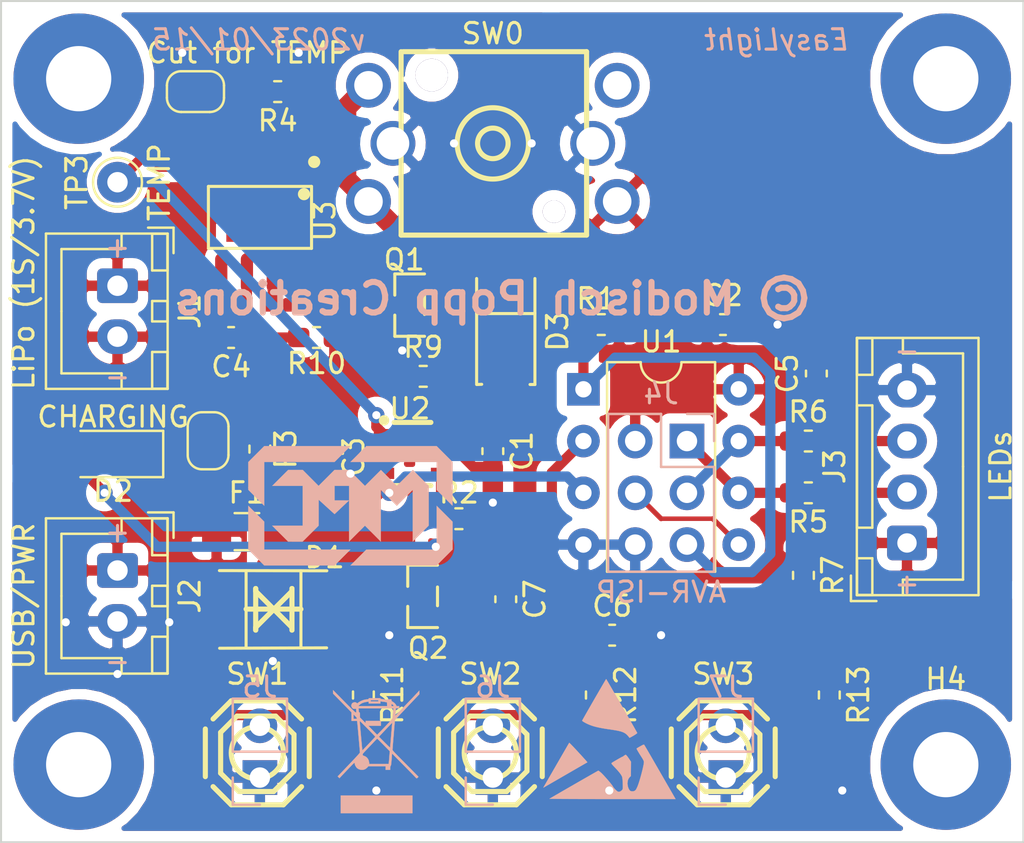
<source format=kicad_pcb>
(kicad_pcb (version 20171130) (host pcbnew "(5.1.12)-1")
  (title_block (title EasyLight) (company MPC))
  (layers (0 F.Cu signal) (31 B.Cu signal) (34 B.Paste user hide) (35 F.Paste user hide) (36 B.SilkS user hide) (37 F.SilkS user hide) (38 B.Mask user hide) (39 F.Mask user hide) (44 Edge.Cuts user))
  (net 0 "")
  (net 1 VCC)
  (net 2 GND)
  (net 3 VBUS)
  (net 4 /D_LEDS)
  (net 5 +BATT)
  (net 6 -BATT)
  (net 7 "Net-(C4-Pad1)")
  (net 8 "Net-(F1-Pad2)")
  (net 9 "Net-(R2-Pad2)")
  (net 10 "Net-(JP1-Pad2)")
  (net 11 "Net-(JP1-Pad1)")
  (net 12 /D_switches)
  (net 13 /D_LEDS2)
  (net 14 /CHRG)
  (net 15 /RESET)
  (net 16 /AREF)
  (net 17 "Net-(D3-Pad1)")
  (net 18 "Net-(D1-Pad1)")
  (net 19 "Net-(D2-Pad1)")
  (net 20 "Net-(J5-Pad2)")
  (net 21 "Net-(J6-Pad2)")
  (net 22 "Net-(J7-Pad2)")
  (net 23 "Net-(JP2-Pad2)")
  (net 24 "Net-(J3-Pad3)")
  (net 25 "Net-(J3-Pad2)")
  (module Resistor_SMD:R_0603_1608Metric_Pad1.05x0.95mm_HandSolder (layer F.Cu) (at 50.8 63.895 90)
    (fp_text reference R3 (at 0 1.27 90) (layer F.SilkS))
    (fp_text value 1.5k)
    (pad 2 smd roundrect (at 0.875 0 90) (size 1.05 0.95) (layers F.Cu F.Paste F.Mask) (net 23 "Net-(JP2-Pad2)"))
    (pad 1 smd roundrect (at -0.875 0 90) (size 1.05 0.95) (layers F.Cu F.Paste F.Mask) (net 14 /CHRG))
  )
  (module Resistor_SMD:R_0603_1608Metric_Pad1.05x0.95mm_HandSolder (layer F.Cu) (at 77.47 70.09 270)
    (fp_text reference R7 (at 0 -1.43 90) (layer F.SilkS))
    (fp_text value 1k)
    (pad 2 smd roundrect (at 0.875 0 270) (size 1.05 0.95) (layers F.Cu F.Paste F.Mask) (net 12 /D_switches))
    (pad 1 smd roundrect (at -0.875 0 270) (size 1.05 0.95) (layers F.Cu F.Paste F.Mask) (net 1 VCC))
  )
  (module Resistor_SMD:R_0603_1608Metric_Pad1.05x0.95mm_HandSolder (layer F.Cu) (at 77.71 63.5)
    (fp_text reference R6 (at 0 -1.43) (layer F.SilkS))
    (fp_text value 220)
    (pad 2 smd roundrect (at 0.875 0) (size 1.05 0.95) (layers F.Cu F.Paste F.Mask) (net 24 "Net-(J3-Pad3)"))
    (pad 1 smd roundrect (at -0.875 0) (size 1.05 0.95) (layers F.Cu F.Paste F.Mask) (net 13 /D_LEDS2))
  )
  (module Resistor_SMD:R_0603_1608Metric_Pad1.05x0.95mm_HandSolder (layer F.Cu) (at 77.71 66.04 180)
    (fp_text reference R5 (at 0 -1.43) (layer F.SilkS))
    (fp_text value 220)
    (pad 2 smd roundrect (at 0.875 0 180) (size 1.05 0.95) (layers F.Cu F.Paste F.Mask) (net 4 /D_LEDS))
    (pad 1 smd roundrect (at -0.875 0 180) (size 1.05 0.95) (layers F.Cu F.Paste F.Mask) (net 25 "Net-(J3-Pad2)"))
  )
  (module Connector_PinHeader_2.54mm:PinHeader_1x02_P2.54mm_Vertical (layer B.Cu) (at 73.66 80.01)
    (fp_text reference J7 (at 0 -4.445) (layer B.SilkS) (effects (justify mirror)))
    (fp_text value SW1)
    (pad 2 thru_hole oval (at 0 -2.54) (size 1.7 1.7) (drill 1) (layers *.Cu *.Mask) (net 22 "Net-(J7-Pad2)"))
    (pad 1 thru_hole rect (at 0 0) (size 1.7 1.7) (drill 1) (layers *.Cu *.Mask) (net 2 GND))
  )
  (module Connector_PinHeader_2.54mm:PinHeader_1x02_P2.54mm_Vertical (layer B.Cu) (at 62.23 80.01)
    (fp_text reference J6 (at 0 -4.445) (layer B.SilkS) (effects (justify mirror)))
    (fp_text value SW1)
    (pad 2 thru_hole oval (at 0 -2.54) (size 1.7 1.7) (drill 1) (layers *.Cu *.Mask) (net 21 "Net-(J6-Pad2)"))
    (pad 1 thru_hole rect (at 0 0) (size 1.7 1.7) (drill 1) (layers *.Cu *.Mask) (net 2 GND))
  )
  (module Connector_PinHeader_2.54mm:PinHeader_1x02_P2.54mm_Vertical (layer B.Cu) (at 50.8 80.01)
    (fp_text reference J5 (at 0 -4.445) (layer B.SilkS) (effects (justify mirror)))
    (fp_text value SW1)
    (pad 2 thru_hole oval (at 0 -2.54) (size 1.7 1.7) (drill 1) (layers *.Cu *.Mask) (net 20 "Net-(J5-Pad2)"))
    (pad 1 thru_hole rect (at 0 0) (size 1.7 1.7) (drill 1) (layers *.Cu *.Mask) (net 2 GND))
  )
  (module MountingHole:MountingHole_3.2mm_M3_Pad (layer F.Cu) (at 84.455 79.375)
    (fp_text reference H4 (at 0 -4.2) (layer F.SilkS))
    (fp_text value MountingHole)
    (pad 1 thru_hole circle (at 0 0) (size 6.4 6.4) (drill 3.2) (layers *.Cu *.Mask))
  )
  (module Jumper:SolderJumper-2_P1.3mm_Bridged_RoundedPad1.0x1.5mm (layer F.Cu) (at 48.26 63.485 90)
    (fp_text reference JP2 hide)
    (fp_text value "Cut to disable")
    (fp_poly (pts (xy 0.25 -0.3) (xy -0.25 -0.3) (xy -0.25 0.3) (xy 0.25 0.3)) (layer F.Cu) (width 0))
    (pad 1 smd custom (at -0.65 0 90) (size 1 0.5) (layers F.Cu F.Mask) (net 19 "Net-(D2-Pad1)") (options (clearance outline) (anchor rect)) (primitives (gr_circle (center 0 0.25) (end 0.5 0.25) (width 0)) (gr_circle (center 0 -0.25) (end 0.5 -0.25) (width 0)) (gr_poly (pts (xy 0 -0.75) (xy 0.5 -0.75) (xy 0.5 0.75) (xy 0 0.75)) (width 0))))
    (pad 2 smd custom (at 0.65 0 90) (size 1 0.5) (layers F.Cu F.Mask) (net 23 "Net-(JP2-Pad2)") (options (clearance outline) (anchor rect)) (primitives (gr_circle (center 0 0.25) (end 0.5 0.25) (width 0)) (gr_circle (center 0 -0.25) (end 0.5 -0.25) (width 0)) (gr_poly (pts (xy 0 -0.75) (xy -0.5 -0.75) (xy -0.5 0.75) (xy 0 0.75)) (width 0))))
  )
  (module Symbol:WEEE-Logo_4.2x6mm_SilkScreen (layer B.Cu) (at 56.515 78.74 180)
    (fp_text reference G1 hide)
    (fp_text value LOGO hide)
  )
  (module Symbol:ESD-Logo_6.6x6mm_SilkScreen (layer B.Cu) (at 67.945 78.105 180)
    (fp_text reference SYM1 hide)
    (fp_text value SYM_ESD_Small hide)
  )
  (module "MF custom:mpc_logo_10mm" (layer B.Cu) (at 55.245 66.675 180)
    (fp_text reference L1 hide)
    (fp_text value LOGO hide)
  )
  (module lcsc:SW-TH_SPEF110100 (layer F.Cu) (at 62.23 48.895)
    (fp_text reference SW0 (at 0 -5.39) (layer F.SilkS))
    (fp_text value SPEF110100)
    (pad "" thru_hole circle (at 3 3.35) (size 1.1 1.1) (drill 1.1) (layers *.Cu *.Mask))
    (pad "" thru_hole circle (at -3 -3.35) (size 1.6 1.6) (drill 1.6) (layers *.Cu *.Mask))
    (pad 6 thru_hole circle (at 4.9 0) (size 2.2 2.2) (drill 1.599997) (layers *.Cu *.Paste *.Mask) (net 2 GND))
    (pad 5 thru_hole circle (at -4.9 0) (size 2.2 2.2) (drill 1.599997) (layers *.Cu *.Paste *.Mask) (net 2 GND))
    (pad C thru_hole circle (at -6.1 -2.85) (size 2.2 2.2) (drill 1.400048) (layers *.Cu *.Paste *.Mask) (net 17 "Net-(D3-Pad1)"))
    (pad C thru_hole circle (at -6.1 2.85) (size 2.2 2.2) (drill 1.400048) (layers *.Cu *.Paste *.Mask) (net 17 "Net-(D3-Pad1)"))
    (pad 2 thru_hole circle (at 6.1 2.85) (size 2.2 2.2) (drill 1.400048) (layers *.Cu *.Paste *.Mask) (net 1 VCC))
    (pad 1 thru_hole circle (at 6.1 -2.85) (size 2.2 2.2) (drill 1.400048) (layers *.Cu *.Paste *.Mask))
  )
  (module lcsc:SW-SMD_4P-L5.1-W5.1-P3.70-LS6.5-TL-2 (layer F.Cu) (at 73.535 78.795)
    (fp_text reference SW3 (at 0 -3.865) (layer F.SilkS))
    (fp_text value TS-1187A-B-A-B)
    (pad 4 smd rect (at 3.3 1.85) (size 1.7 1) (layers F.Cu F.Paste F.Mask) (net 2 GND))
    (pad 3 smd rect (at -3.3 1.85) (size 1.7 1) (layers F.Cu F.Paste F.Mask) (net 2 GND))
    (pad 2 smd rect (at 3.3 -1.85) (size 1.7 1) (layers F.Cu F.Paste F.Mask) (net 22 "Net-(J7-Pad2)"))
    (pad 1 smd rect (at -3.3 -1.85) (size 1.7 1) (layers F.Cu F.Paste F.Mask) (net 22 "Net-(J7-Pad2)"))
  )
  (module lcsc:SW-SMD_4P-L5.1-W5.1-P3.70-LS6.5-TL-2 (layer F.Cu) (at 62.105 78.795)
    (fp_text reference SW2 (at 0 -3.865) (layer F.SilkS))
    (fp_text value TS-1187A-B-A-B)
    (pad 4 smd rect (at 3.3 1.85) (size 1.7 1) (layers F.Cu F.Paste F.Mask) (net 2 GND))
    (pad 3 smd rect (at -3.3 1.85) (size 1.7 1) (layers F.Cu F.Paste F.Mask) (net 2 GND))
    (pad 2 smd rect (at 3.3 -1.85) (size 1.7 1) (layers F.Cu F.Paste F.Mask) (net 21 "Net-(J6-Pad2)"))
    (pad 1 smd rect (at -3.3 -1.85) (size 1.7 1) (layers F.Cu F.Paste F.Mask) (net 21 "Net-(J6-Pad2)"))
  )
  (module lcsc:SW-SMD_4P-L5.1-W5.1-P3.70-LS6.5-TL-2 (layer F.Cu) (at 50.675 78.795)
    (fp_text reference SW1 (at 0 -3.865) (layer F.SilkS))
    (fp_text value TS-1187A-B-A-B)
    (pad 4 smd rect (at 3.3 1.85) (size 1.7 1) (layers F.Cu F.Paste F.Mask) (net 2 GND))
    (pad 3 smd rect (at -3.3 1.85) (size 1.7 1) (layers F.Cu F.Paste F.Mask) (net 2 GND))
    (pad 2 smd rect (at 3.3 -1.85) (size 1.7 1) (layers F.Cu F.Paste F.Mask) (net 20 "Net-(J5-Pad2)"))
    (pad 1 smd rect (at -3.3 -1.85) (size 1.7 1) (layers F.Cu F.Paste F.Mask) (net 20 "Net-(J5-Pad2)"))
  )
  (module lcsc:SMB_L4.6-W3.6-LS5.3-BI (layer F.Cu) (at 51.485 71.755 180)
    (fp_text reference D1 (at -2.49 2.54) (layer F.SilkS))
    (fp_text value P6SMB6.8CA-C78395)
    (pad 2 smd rect (at 2.59 0 180) (size 2.05 2.24) (layers F.Cu F.Paste F.Mask) (net 2 GND))
    (pad 1 smd rect (at -2.59 0 180) (size 2.05 2.24) (layers F.Cu F.Paste F.Mask) (net 18 "Net-(D1-Pad1)"))
  )
  (module lcsc:SOT-23-3_L2.9-W1.3-P1.90-LS2.4-BR (layer F.Cu) (at 58.785 71.12)
    (fp_text reference Q2 (at 0.27 2.54) (layer F.SilkS))
    (fp_text value AO3415_C181094)
    (pad 3 smd rect (at -1 0) (size 1.25 0.7) (layers F.Cu F.Paste F.Mask) (net 18 "Net-(D1-Pad1)"))
    (pad 2 smd rect (at 1 -0.95) (size 1.25 0.7) (layers F.Cu F.Paste F.Mask) (net 3 VBUS))
    (pad 1 smd rect (at 1 0.95) (size 1.25 0.7) (layers F.Cu F.Paste F.Mask) (net 2 GND))
  )
  (module MountingHole:MountingHole_3.2mm_M3_Pad (layer F.Cu) (at 84.455 45.72)
    (fp_text reference H3 hide)
    (fp_text value MountingHole)
    (pad 1 thru_hole circle (at 0 0) (size 6.4 6.4) (drill 3.2) (layers *.Cu *.Mask))
  )
  (module Capacitor_SMD:C_0603_1608Metric (layer F.Cu) (at 62.865 71.26 270)
    (fp_text reference C7 (at 0 -1.43 90) (layer F.SilkS))
    (fp_text value 22uF)
    (pad 2 smd roundrect (at 0.775 0 270) (size 0.9 0.95) (layers F.Cu F.Paste F.Mask) (net 2 GND))
    (pad 1 smd roundrect (at -0.775 0 270) (size 0.9 0.95) (layers F.Cu F.Paste F.Mask) (net 3 VBUS))
  )
  (module Capacitor_SMD:C_0603_1608Metric (layer F.Cu) (at 78.105 60.185 90)
    (fp_text reference C5 (at 0 -1.43 90) (layer F.SilkS))
    (fp_text value 22uF)
    (pad 2 smd roundrect (at 0.775 0 90) (size 0.9 0.95) (layers F.Cu F.Paste F.Mask) (net 2 GND))
    (pad 1 smd roundrect (at -0.775 0 90) (size 0.9 0.95) (layers F.Cu F.Paste F.Mask) (net 1 VCC))
  )
  (module LED_SMD:LED_1206_3216Metric_Pad1.42x1.75mm_HandSolder (layer F.Cu) (at 43.5975 64.135 180)
    (fp_text reference D2 (at 0 -1.82) (layer F.SilkS))
    (fp_text value CHARGING (at 0 1.82) (layer F.SilkS))
    (pad 2 smd roundrect (at 1.4875 0 180) (size 1.425 1.75) (layers F.Cu F.Paste F.Mask) (roundrect_rratio 0.175439) (net 3 VBUS))
    (pad 1 smd roundrect (at -1.4875 0 180) (size 1.425 1.75) (layers F.Cu F.Paste F.Mask) (roundrect_rratio 0.175439) (net 19 "Net-(D2-Pad1)"))
  )
  (module MountingHole:MountingHole_3.2mm_M3_Pad (layer F.Cu) (at 41.91 45.72)
    (fp_text reference H2 hide)
    (fp_text value MountingHole)
    (pad 1 thru_hole circle (at 0 0) (size 6.4 6.4) (drill 3.2) (layers *.Cu *.Mask))
  )
  (module MountingHole:MountingHole_3.2mm_M3_Pad (layer F.Cu) (at 41.91 79.375)
    (fp_text reference H1 hide)
    (fp_text value MountingHole)
    (pad 1 thru_hole circle (at 0 0) (size 6.4 6.4) (drill 3.2) (layers *.Cu *.Mask))
  )
  (module lcsc:SOIC-8_L4.9-W3.9-P1.27-LS6.0-BL-EP3.3-1 (layer F.Cu) (at 50.805 52.525 180)
    (fp_text reference U3 (at -3.18 -0.18 90) (layer F.SilkS))
    (fp_text value XB8089D0)
    (pad 1 smd oval (at -1.9 2.72 180) (size 0.6 1.94) (layers F.Cu F.Paste F.Mask) (net 2 GND))
    (pad 2 smd oval (at -0.63 2.72 180) (size 0.6 1.94) (layers F.Cu F.Paste F.Mask) (net 2 GND))
    (pad 3 smd oval (at 0.64 2.72 180) (size 0.6 1.94) (layers F.Cu F.Paste F.Mask) (net 2 GND))
    (pad 4 smd oval (at 1.9 2.72 180) (size 0.6 1.94) (layers F.Cu F.Paste F.Mask) (net 2 GND))
    (pad 8 smd oval (at -1.9 -2.72 180) (size 0.6 1.94) (layers F.Cu F.Paste F.Mask) (net 6 -BATT))
    (pad 7 smd oval (at -0.63 -2.72 180) (size 0.6 1.94) (layers F.Cu F.Paste F.Mask) (net 6 -BATT))
    (pad 6 smd oval (at 0.64 -2.72 180) (size 0.6 1.94) (layers F.Cu F.Paste F.Mask) (net 7 "Net-(C4-Pad1)"))
    (pad 5 smd oval (at 1.9 -2.72 180) (size 0.6 1.94) (layers F.Cu F.Paste F.Mask) (net 6 -BATT))
    (pad 9 smd rect (at 0 0 180) (size 3.3 2.4) (layers F.Cu F.Paste F.Mask) (net 6 -BATT))
  )
  (module lcsc:SOT-23-6_L2.9-W1.6-P0.95-LS2.8-BR (layer F.Cu) (at 58.29 64.135 180)
    (fp_text reference U2 (at 0.13 2.225) (layer F.SilkS))
    (fp_text value BQ21040DBVR)
    (pad 4 smd rect (at -1.4 -0.95 180) (size 1 0.55) (layers F.Cu F.Paste F.Mask) (net 9 "Net-(R2-Pad2)") (clearance 0.25))
    (pad 5 smd rect (at -1.4 0 180) (size 1 0.55) (layers F.Cu F.Paste F.Mask) (net 2 GND) (clearance 0.3))
    (pad 6 smd rect (at -1.4 0.95 180) (size 1 0.55) (layers F.Cu F.Paste F.Mask) (net 3 VBUS) (clearance 0.3))
    (pad 1 smd rect (at 1.4 0.95 180) (size 1 0.55) (layers F.Cu F.Paste F.Mask) (net 11 "Net-(JP1-Pad1)"))
    (pad 2 smd rect (at 1.4 0 180) (size 1 0.55) (layers F.Cu F.Paste F.Mask) (net 5 +BATT) (clearance 0.3))
    (pad 3 smd rect (at 1.4 -0.95 180) (size 1 0.55) (layers F.Cu F.Paste F.Mask) (net 14 /CHRG))
  )
  (module lcsc:SOT-23-3_L2.9-W1.3-P1.90-LS2.4-BR (layer F.Cu) (at 58.15 56.83)
    (fp_text reference Q1 (at -0.27 -2.225) (layer F.SilkS))
    (fp_text value AO3415_C181094)
    (pad 3 smd rect (at -1 0) (size 1.25 0.7) (layers F.Cu F.Paste F.Mask) (net 5 +BATT))
    (pad 2 smd rect (at 1 -0.95) (size 1.25 0.7) (layers F.Cu F.Paste F.Mask) (net 17 "Net-(D3-Pad1)"))
    (pad 1 smd rect (at 1 0.95) (size 1.25 0.7) (layers F.Cu F.Paste F.Mask) (net 3 VBUS))
  )
  (module lcsc:SMA_L4.3-W2.6-LS5.2-RD (layer F.Cu) (at 62.865 58.125 270)
    (fp_text reference D3 (at 0 -2.54 90) (layer F.SilkS))
    (fp_text value SS34_C8678)
    (pad 1 smd rect (at -2.2 0 90) (size 2 2) (layers F.Cu F.Paste F.Mask) (net 17 "Net-(D3-Pad1)"))
    (pad 2 smd rect (at 2.2 0 90) (size 2 2) (layers F.Cu F.Paste F.Mask) (net 3 VBUS))
  )
  (module Connector_PinHeader_2.54mm:PinHeader_2x03_P2.54mm_Vertical (layer B.Cu) (at 71.755 63.5 180)
    (fp_text reference J4 (at 1.27 2.33) (layer B.SilkS) (effects (justify mirror)))
    (fp_text value AVR-ISP (at 1.27 -7.41) (layer B.SilkS) (effects (justify mirror)))
    (pad 6 thru_hole oval (at 2.54 -5.08 180) (size 1.7 1.7) (drill 1) (layers *.Cu *.Mask) (net 2 GND))
    (pad 5 thru_hole oval (at 0 -5.08 180) (size 1.7 1.7) (drill 1) (layers *.Cu *.Mask) (net 15 /RESET) (clearance 0.2))
    (pad 4 thru_hole oval (at 2.54 -2.54 180) (size 1.7 1.7) (drill 1) (layers *.Cu *.Mask) (net 16 /AREF))
    (pad 3 thru_hole oval (at 0 -2.54 180) (size 1.7 1.7) (drill 1) (layers *.Cu *.Mask) (net 13 /D_LEDS2) (clearance 0.2))
    (pad 2 thru_hole oval (at 2.54 0 180) (size 1.7 1.7) (drill 1) (layers *.Cu *.Mask) (net 1 VCC))
    (pad 1 thru_hole rect (at 0 0 180) (size 1.7 1.7) (drill 1) (layers *.Cu *.Mask) (net 4 /D_LEDS))
  )
  (module Connector_JST:JST_XH_B4B-XH-A_1x04_P2.50mm_Vertical (layer F.Cu) (at 82.55 68.5 90)
    (fp_text reference J3 (at 3.75 -3.55 -90) (layer F.SilkS))
    (fp_text value LEDs (at 3.75 4.6 -90) (layer F.SilkS))
    (pad 4 thru_hole oval (at 7.5 0 90) (size 1.7 1.95) (drill 0.95) (layers *.Cu *.Mask) (net 2 GND))
    (pad 3 thru_hole oval (at 5 0 90) (size 1.7 1.95) (drill 0.95) (layers *.Cu *.Mask) (net 24 "Net-(J3-Pad3)"))
    (pad 2 thru_hole oval (at 2.5 0 90) (size 1.7 1.95) (drill 0.95) (layers *.Cu *.Mask) (net 25 "Net-(J3-Pad2)"))
    (pad 1 thru_hole roundrect (at 0 0 90) (size 1.7 1.95) (drill 0.95) (layers *.Cu *.Mask) (roundrect_rratio 0.147059) (net 1 VCC))
  )
  (module Resistor_SMD:R_0603_1608Metric_Pad1.05x0.95mm_HandSolder (layer F.Cu) (at 78.74 75.96 270)
    (fp_text reference R13 (at 0 -1.43 90) (layer F.SilkS))
    (fp_text value 4.7k)
    (pad 2 smd roundrect (at 0.875 0 270) (size 1.05 0.95) (layers F.Cu F.Paste F.Mask) (net 22 "Net-(J7-Pad2)"))
    (pad 1 smd roundrect (at -0.875 0 270) (size 1.05 0.95) (layers F.Cu F.Paste F.Mask) (net 12 /D_switches))
  )
  (module Resistor_SMD:R_0603_1608Metric_Pad1.05x0.95mm_HandSolder (layer F.Cu) (at 67.31 75.96 270)
    (fp_text reference R12 (at 0 -1.43 90) (layer F.SilkS))
    (fp_text value 2.2k)
    (pad 2 smd roundrect (at 0.875 0 270) (size 1.05 0.95) (layers F.Cu F.Paste F.Mask) (net 21 "Net-(J6-Pad2)"))
    (pad 1 smd roundrect (at -0.875 0 270) (size 1.05 0.95) (layers F.Cu F.Paste F.Mask) (net 12 /D_switches))
  )
  (module Resistor_SMD:R_0603_1608Metric_Pad1.05x0.95mm_HandSolder (layer F.Cu) (at 55.88 75.96 270)
    (fp_text reference R11 (at 0 -1.43 90) (layer F.SilkS))
    (fp_text value 1k)
    (pad 2 smd roundrect (at 0.875 0 270) (size 1.05 0.95) (layers F.Cu F.Paste F.Mask) (net 20 "Net-(J5-Pad2)"))
    (pad 1 smd roundrect (at -0.875 0 270) (size 1.05 0.95) (layers F.Cu F.Paste F.Mask) (net 12 /D_switches))
  )
  (module Capacitor_SMD:C_0603_1608Metric (layer F.Cu) (at 68.085 73.025)
    (fp_text reference C6 (at 0 -1.43) (layer F.SilkS))
    (fp_text value 100nF)
    (pad 2 smd roundrect (at 0.775 0) (size 0.9 0.95) (layers F.Cu F.Paste F.Mask) (net 2 GND))
    (pad 1 smd roundrect (at -0.775 0) (size 0.9 0.95) (layers F.Cu F.Paste F.Mask) (net 12 /D_switches))
  )
  (module TestPoint:TestPoint_THTPad_D2.0mm_Drill1.0mm (layer F.Cu) (at 43.815 50.8 90)
    (fp_text reference TP3 (at 0 -1.998 90) (layer F.SilkS))
    (fp_text value TEMP (at 0 2.05 90) (layer F.SilkS))
    (pad 1 thru_hole circle (at 0 0 90) (size 2 2) (drill 1) (layers *.Cu *.Mask) (net 11 "Net-(JP1-Pad1)"))
  )
  (module Jumper:SolderJumper-2_P1.3mm_Bridged_RoundedPad1.0x1.5mm (layer F.Cu) (at 47.64 46.355)
    (fp_text reference JP1 hide)
    (fp_text value "Cut for TEMP" (at 2.555 -1.905) (layer F.SilkS))
    (fp_poly (pts (xy 0.25 -0.3) (xy -0.25 -0.3) (xy -0.25 0.3) (xy 0.25 0.3)) (layer F.Cu) (width 0))
    (pad 1 smd custom (at -0.65 0) (size 1 0.5) (layers F.Cu F.Mask) (net 11 "Net-(JP1-Pad1)") (options (clearance outline) (anchor rect)) (primitives (gr_circle (center 0 0.25) (end 0.5 0.25) (width 0)) (gr_circle (center 0 -0.25) (end 0.5 -0.25) (width 0)) (gr_poly (pts (xy 0 -0.75) (xy 0.5 -0.75) (xy 0.5 0.75) (xy 0 0.75)) (width 0))))
    (pad 2 smd custom (at 0.65 0) (size 1 0.5) (layers F.Cu F.Mask) (net 10 "Net-(JP1-Pad2)") (options (clearance outline) (anchor rect)) (primitives (gr_circle (center 0 0.25) (end 0.5 0.25) (width 0)) (gr_circle (center 0 -0.25) (end 0.5 -0.25) (width 0)) (gr_poly (pts (xy 0 -0.75) (xy -0.5 -0.75) (xy -0.5 0.75) (xy 0 0.75)) (width 0))))
  )
  (module Resistor_SMD:R_0603_1608Metric_Pad1.05x0.95mm_HandSolder (layer F.Cu) (at 53.58 58.42)
    (fp_text reference R10 (at 0 1.27) (layer F.SilkS))
    (fp_text value 1k)
    (pad 2 smd roundrect (at 0.875 0) (size 1.05 0.95) (layers F.Cu F.Paste F.Mask) (net 5 +BATT))
    (pad 1 smd roundrect (at -0.875 0) (size 1.05 0.95) (layers F.Cu F.Paste F.Mask) (net 7 "Net-(C4-Pad1)"))
  )
  (module Resistor_SMD:R_0603_1608Metric_Pad1.05x0.95mm_HandSolder (layer F.Cu) (at 58.815 60.325)
    (fp_text reference R9 (at 0 -1.43) (layer F.SilkS))
    (fp_text value 47k)
    (pad 2 smd roundrect (at 0.875 0) (size 1.05 0.95) (layers F.Cu F.Paste F.Mask) (net 3 VBUS))
    (pad 1 smd roundrect (at -0.875 0) (size 1.05 0.95) (layers F.Cu F.Paste F.Mask) (net 2 GND))
  )
  (module Resistor_SMD:R_0603_1608Metric_Pad1.05x0.95mm_HandSolder (layer F.Cu) (at 51.675 46.355 180)
    (fp_text reference R4 (at 0 -1.43) (layer F.SilkS))
    (fp_text value 10k)
    (pad 2 smd roundrect (at 0.875 0 180) (size 1.05 0.95) (layers F.Cu F.Paste F.Mask) (net 10 "Net-(JP1-Pad2)"))
    (pad 1 smd roundrect (at -0.875 0 180) (size 1.05 0.95) (layers F.Cu F.Paste F.Mask) (net 2 GND))
  )
  (module Resistor_SMD:R_0603_1608Metric_Pad1.05x0.95mm_HandSolder (layer F.Cu) (at 60.565 67.31 180)
    (fp_text reference R2 (at 0 1.27) (layer F.SilkS))
    (fp_text value 2.2k)
    (pad 2 smd roundrect (at 0.875 0 180) (size 1.05 0.95) (layers F.Cu F.Paste F.Mask) (net 9 "Net-(R2-Pad2)"))
    (pad 1 smd roundrect (at -0.875 0 180) (size 1.05 0.95) (layers F.Cu F.Paste F.Mask) (net 2 GND))
  )
  (module Capacitor_SMD:C_0603_1608Metric (layer F.Cu) (at 49.39 58.42 180)
    (fp_text reference C4 (at 0 -1.43) (layer F.SilkS))
    (fp_text value 100nF)
    (pad 2 smd roundrect (at 0.775 0 180) (size 0.9 0.95) (layers F.Cu F.Paste F.Mask) (net 6 -BATT))
    (pad 1 smd roundrect (at -0.775 0 180) (size 0.9 0.95) (layers F.Cu F.Paste F.Mask) (net 7 "Net-(C4-Pad1)"))
  )
  (module Capacitor_SMD:C_0603_1608Metric (layer F.Cu) (at 53.975 64.275 270)
    (fp_text reference C3 (at 0 -1.43 90) (layer F.SilkS))
    (fp_text value 1uF)
    (pad 2 smd roundrect (at 0.775 0 270) (size 0.9 0.95) (layers F.Cu F.Paste F.Mask) (net 2 GND))
    (pad 1 smd roundrect (at -0.775 0 270) (size 0.9 0.95) (layers F.Cu F.Paste F.Mask) (net 5 +BATT))
  )
  (module Capacitor_SMD:C_0603_1608Metric (layer F.Cu) (at 62.23 63.995 270)
    (fp_text reference C1 (at 0 -1.43 90) (layer F.SilkS))
    (fp_text value 1uF)
    (pad 2 smd roundrect (at 0.775 0 270) (size 0.9 0.95) (layers F.Cu F.Paste F.Mask) (net 2 GND))
    (pad 1 smd roundrect (at -0.775 0 270) (size 0.9 0.95) (layers F.Cu F.Paste F.Mask) (net 3 VBUS))
  )
  (module Package_DIP:DIP-8_W7.62mm (layer F.Cu) (at 66.675 60.96)
    (fp_text reference U1 (at 3.81 -2.33) (layer F.SilkS))
    (fp_text value ATtiny85-20PU)
    (pad 8 thru_hole oval (at 7.62 0) (size 1.6 1.6) (drill 0.8) (layers *.Cu *.Mask) (net 1 VCC))
    (pad 4 thru_hole oval (at 0 7.62) (size 1.6 1.6) (drill 0.8) (layers *.Cu *.Mask) (net 2 GND))
    (pad 7 thru_hole oval (at 7.62 2.54) (size 1.6 1.6) (drill 0.8) (layers *.Cu *.Mask) (net 13 /D_LEDS2))
    (pad 3 thru_hole oval (at 0 5.08) (size 1.6 1.6) (drill 0.8) (layers *.Cu *.Mask) (net 14 /CHRG))
    (pad 6 thru_hole oval (at 7.62 5.08) (size 1.6 1.6) (drill 0.8) (layers *.Cu *.Mask) (net 4 /D_LEDS))
    (pad 2 thru_hole oval (at 0 2.54) (size 1.6 1.6) (drill 0.8) (layers *.Cu *.Mask) (net 12 /D_switches))
    (pad 5 thru_hole oval (at 7.62 7.62) (size 1.6 1.6) (drill 0.8) (layers *.Cu *.Mask) (net 16 /AREF))
    (pad 1 thru_hole rect (at 0 0) (size 1.6 1.6) (drill 0.8) (layers *.Cu *.Mask) (net 15 /RESET))
  )
  (module Resistor_SMD:R_0603_1608Metric_Pad1.05x0.95mm_HandSolder (layer F.Cu) (at 67.55 57.785 180)
    (fp_text reference R1 (at 0.24 1.27) (layer F.SilkS))
    (fp_text value 4.7k)
    (pad 2 smd roundrect (at 0.875 0 180) (size 1.05 0.95) (layers F.Cu F.Paste F.Mask) (net 15 /RESET))
    (pad 1 smd roundrect (at -0.875 0 180) (size 1.05 0.95) (layers F.Cu F.Paste F.Mask) (net 1 VCC))
  )
  (module Connector_JST:JST_XH_B2B-XH-A_1x02_P2.50mm_Vertical (layer F.Cu) (at 43.815 69.85 270)
    (fp_text reference J2 (at 1.25 -3.55 90) (layer F.SilkS))
    (fp_text value USB/PWR (at 1.25 4.6 90) (layer F.SilkS))
    (pad 2 thru_hole oval (at 2.5 0 270) (size 1.7 2) (drill 1) (layers *.Cu *.Mask) (net 2 GND))
    (pad 1 thru_hole roundrect (at 0 0 270) (size 1.7 2) (drill 1) (layers *.Cu *.Mask) (roundrect_rratio 0.147059) (net 8 "Net-(F1-Pad2)"))
  )
  (module Connector_JST:JST_XH_B2B-XH-A_1x02_P2.50mm_Vertical (layer F.Cu) (at 43.815 55.88 270)
    (fp_text reference J1 (at 1.25 -3.55 90) (layer F.SilkS))
    (fp_text value "LiPo (1S/3.7V)" (at -0.635 4.6 90) (layer F.SilkS))
    (pad 2 thru_hole oval (at 2.5 0 270) (size 1.7 2) (drill 1) (layers *.Cu *.Mask) (net 5 +BATT))
    (pad 1 thru_hole roundrect (at 0 0 270) (size 1.7 2) (drill 1) (layers *.Cu *.Mask) (roundrect_rratio 0.147059) (net 6 -BATT))
  )
  (module Fuse:Fuse_1206_3216Metric_Pad1.42x1.75mm_HandSolder (layer F.Cu) (at 50.165 67.945 180)
    (fp_text reference F1 (at 0 1.905) (layer F.SilkS))
    (fp_text value 1.5A)
    (pad 2 smd roundrect (at 1.4875 0 180) (size 1.425 1.75) (layers F.Cu F.Paste F.Mask) (roundrect_rratio 0.175439) (net 8 "Net-(F1-Pad2)"))
    (pad 1 smd roundrect (at -1.4875 0 180) (size 1.425 1.75) (layers F.Cu F.Paste F.Mask) (roundrect_rratio 0.175439) (net 18 "Net-(D1-Pad1)"))
  )
  (module Capacitor_SMD:C_0603_1608Metric (layer F.Cu) (at 73.52 57.785)
    (fp_text reference C2 (at 0 -1.43) (layer F.SilkS))
    (fp_text value 100nF)
    (pad 2 smd roundrect (at 0.775 0) (size 0.9 0.95) (layers F.Cu F.Paste F.Mask) (net 2 GND))
    (pad 1 smd roundrect (at -0.775 0) (size 0.9 0.95) (layers F.Cu F.Paste F.Mask) (net 1 VCC))
  )
  (gr_text - (at 43.815 74.295) (layer B.SilkS) (effects (font (size 1 1)) (justify mirror)))
  (gr_text - (at 43.815 60.325) (layer B.SilkS) (effects (font (size 1 1)) (justify mirror)))
  (gr_text - (at 82.55 59.055) (layer B.SilkS) (effects (font (size 1 1)) (justify mirror)))
  (gr_text + (at 82.55 70.485) (layer B.SilkS) (effects (font (size 1 1)) (justify mirror)))
  (gr_text + (at 43.815 53.975) (layer B.SilkS) (effects (font (size 1 1)) (justify mirror)))
  (gr_text + (at 43.815 67.945) (layer B.SilkS) (effects (font (size 1 1)) (justify mirror)))
  (gr_text EasyLight (at 76.2 43.815) (layer B.SilkS) (effects (font (size 1 1) (thickness 0.15) italic) (justify mirror)))
  (gr_line (start 88.265 41.91) (end 88.265 83.185) (layer Edge.Cuts) (width 0.1))
  (gr_line (start 38.1 41.91) (end 88.265 41.91) (layer Edge.Cuts) (width 0.1))
  (gr_line (start 38.1 83.185) (end 38.1 41.91) (layer Edge.Cuts) (width 0.1))
  (gr_line (start 88.265 83.185) (end 38.1 83.185) (layer Edge.Cuts) (width 0.1))
  (gr_text v2023/01/15 (at 50.8 43.815) (layer B.SilkS) (effects (font (size 1 1) (thickness 0.15) italic) (justify mirror)))
  (gr_text "© Modisch Popp Creations" (at 62.23 56.515) (layer B.SilkS) (effects (font (size 1.5 1.5) (thickness 0.3)) (justify mirror)))
  (via (at 76.2 57.785) (size 0.8) (drill 0.4) (layers F.Cu B.Cu) (net 2))
  (segment (start 74.295 57.785) (end 76.2 57.785) (width 1) (layer F.Cu) (net 2))
  (segment (start 76.48 57.785) (end 78.105 59.41) (width 1) (layer F.Cu) (net 2))
  (segment (start 76.2 57.785) (end 76.48 57.785) (width 1) (layer F.Cu) (net 2))
  (segment (start 62.23 66.52) (end 61.44 67.31) (width 1) (layer F.Cu) (net 2))
  (segment (start 62.23 64.77) (end 62.23 66.52) (width 1) (layer F.Cu) (net 2))
  (via (at 62.23 66.52) (size 0.8) (drill 0.4) (layers F.Cu B.Cu) (net 2))
  (via (at 55.245 65.1) (size 0.8) (drill 0.4) (layers F.Cu B.Cu) (net 2))
  (segment (start 53.975 65.05) (end 55.195 65.05) (width 0.5) (layer F.Cu) (net 2))
  (segment (start 55.195 65.05) (end 55.245 65.1) (width 0.5) (layer F.Cu) (net 2))
  (via (at 57.785 59.055) (size 0.8) (drill 0.4) (layers F.Cu B.Cu) (net 2))
  (segment (start 57.94 59.21) (end 57.785 59.055) (width 0.5) (layer F.Cu) (net 2))
  (segment (start 57.94 60.325) (end 57.94 59.21) (width 0.5) (layer F.Cu) (net 2))
  (segment (start 60.640002 64.135) (end 59.69 64.135) (width 0.35) (layer F.Cu) (net 2))
  (segment (start 61.275002 64.77) (end 60.640002 64.135) (width 0.5) (layer F.Cu) (net 2))
  (segment (start 62.23 64.77) (end 61.275002 64.77) (width 0.5) (layer F.Cu) (net 2))
  (via (at 70.485 73.025) (size 0.8) (drill 0.4) (layers F.Cu B.Cu) (net 2))
  (segment (start 68.86 73.025) (end 70.485 73.025) (width 1) (layer F.Cu) (net 2))
  (via (at 51.435 74.295) (size 0.8) (drill 0.4) (layers F.Cu B.Cu) (net 2))
  (via (at 57.15 73.025) (size 0.8) (drill 0.4) (layers F.Cu B.Cu) (net 2))
  (via (at 46.355 72.39) (size 0.8) (drill 0.4) (layers F.Cu B.Cu) (net 2))
  (via (at 41.275 72.39) (size 0.8) (drill 0.4) (layers F.Cu B.Cu) (net 2))
  (via (at 43.815 74.93) (size 0.8) (drill 0.4) (layers F.Cu B.Cu) (net 2))
  (via (at 52.705 44.45) (size 0.8) (drill 0.4) (layers F.Cu B.Cu) (net 2))
  (via (at 46.99 44.45) (size 0.8) (drill 0.4) (layers F.Cu B.Cu) (net 2))
  (via (at 56.515 80.645) (size 0.8) (drill 0.4) (layers F.Cu B.Cu) (net 2))
  (via (at 67.945 80.645) (size 0.8) (drill 0.4) (layers F.Cu B.Cu) (net 2))
  (via (at 79.375 80.645) (size 0.8) (drill 0.4) (layers F.Cu B.Cu) (net 2))
  (via (at 60.325 48.895) (size 0.8) (drill 0.4) (layers F.Cu B.Cu) (net 2))
  (via (at 64.135 48.895) (size 0.8) (drill 0.4) (layers F.Cu B.Cu) (net 2))
  (segment (start 43.110685 66.04) (end 45.757895 68.68721) (width 0.5) (layer B.Cu) (net 3))
  (segment (start 45.757895 68.68721) (end 59.431363 68.68721) (width 0.5) (layer B.Cu) (net 3))
  (via (at 59.431363 68.68721) (size 0.8) (drill 0.4) (layers F.Cu B.Cu) (net 3))
  (via (at 43.18 66.04) (size 0.8) (drill 0.4) (layers F.Cu B.Cu) (net 3))
  (segment (start 43.110685 66.04) (end 43.18 66.04) (width 0.5) (layer B.Cu) (net 3))
  (segment (start 42.11 64.97) (end 43.18 66.04) (width 0.5) (layer F.Cu) (net 3))
  (segment (start 42.11 64.135) (end 42.11 64.97) (width 0.5) (layer F.Cu) (net 3))
  (segment (start 76.835 66.04) (end 74.295 66.04) (width 0.5) (layer F.Cu) (net 4))
  (segment (start 71.755 63.5) (end 74.295 66.04) (width 0.5) (layer F.Cu) (net 4))
  (segment (start 48.905 58.13) (end 48.615 58.42) (width 0.5) (layer F.Cu) (net 6))
  (segment (start 48.905 55.245) (end 48.905 58.13) (width 0.5) (layer F.Cu) (net 6))
  (segment (start 50.165 58.42) (end 52.705 58.42) (width 0.5) (layer F.Cu) (net 7))
  (segment (start 50.165 58.42) (end 50.165 55.245) (width 0.5) (layer F.Cu) (net 7))
  (segment (start 59.69 67.31) (end 59.69 65.085) (width 0.5) (layer F.Cu) (net 9))
  (segment (start 48.29 46.355) (end 50.8 46.355) (width 0.5) (layer F.Cu) (net 10))
  (segment (start 46.99 47.625) (end 43.815 50.8) (width 0.5) (layer F.Cu) (net 11))
  (segment (start 46.99 46.355) (end 46.99 47.625) (width 0.5) (layer F.Cu) (net 11))
  (segment (start 44.45 50.8) (end 43.815 50.8) (width 0.5) (layer B.Cu) (net 11))
  (segment (start 56.515 62.23) (end 56.515 62.81) (width 0.5) (layer F.Cu) (net 11))
  (segment (start 45.72 50.8) (end 43.815 50.8) (width 0.5) (layer B.Cu) (net 11))
  (segment (start 56.515 62.23) (end 45.72 50.8) (width 0.5) (layer B.Cu) (net 11))
  (segment (start 56.515 62.81) (end 56.89 63.185) (width 0.5) (layer F.Cu) (net 11))
  (via (at 56.515 62.23) (size 0.8) (drill 0.4) (layers F.Cu B.Cu) (net 11))
  (segment (start 66.675 63.5) (end 65.124999 65.050001) (width 0.5) (layer F.Cu) (net 12))
  (segment (start 65.124999 74.885001) (end 64.925 75.085) (width 0.5) (layer F.Cu) (net 12))
  (segment (start 64.925 75.085) (end 78.74 75.085) (width 0.5) (layer F.Cu) (net 12))
  (segment (start 55.88 75.085) (end 64.925 75.085) (width 0.5) (layer F.Cu) (net 12))
  (segment (start 65.405 73.025) (end 65.124999 73.305001) (width 0.5) (layer F.Cu) (net 12))
  (segment (start 67.31 73.025) (end 65.405 73.025) (width 0.5) (layer F.Cu) (net 12))
  (segment (start 65.124999 73.305001) (end 65.124999 74.885001) (width 0.5) (layer F.Cu) (net 12))
  (segment (start 65.124999 65.050001) (end 65.124999 73.305001) (width 0.5) (layer F.Cu) (net 12))
  (segment (start 67.31 73.025) (end 67.31 75.085) (width 0.5) (layer F.Cu) (net 12))
  (segment (start 78.74 72.235) (end 77.47 70.965) (width 0.5) (layer F.Cu) (net 12))
  (segment (start 78.74 75.085) (end 78.74 72.235) (width 0.5) (layer F.Cu) (net 12))
  (segment (start 74.295 63.5) (end 76.835 63.5) (width 0.5) (layer F.Cu) (net 13))
  (segment (start 71.755 66.04) (end 74.295 63.5) (width 0.5) (layer B.Cu) (net 13))
  (segment (start 56.89 65.78) (end 57.15 66.04) (width 0.5) (layer F.Cu) (net 14))
  (via (at 57.15 66.04) (size 0.8) (drill 0.4) (layers F.Cu B.Cu) (net 14))
  (segment (start 56.89 65.085) (end 56.89 65.78) (width 0.5) (layer F.Cu) (net 14))
  (segment (start 52.28001 66.25001) (end 50.8 64.77) (width 0.5) (layer F.Cu) (net 14))
  (segment (start 56.49999 66.25001) (end 52.28001 66.25001) (width 0.5) (layer F.Cu) (net 14))
  (segment (start 56.89 65.085) (end 56.89 65.86) (width 0.5) (layer F.Cu) (net 14))
  (segment (start 56.89 65.86) (end 56.49999 66.25001) (width 0.5) (layer F.Cu) (net 14))
  (segment (start 57.15 66.04) (end 57.949999 65.240001) (width 0.5) (layer B.Cu) (net 14))
  (segment (start 57.949999 65.240001) (end 65.875001 65.240001) (width 0.5) (layer B.Cu) (net 14))
  (segment (start 65.875001 65.240001) (end 66.675 66.04) (width 0.5) (layer B.Cu) (net 14))
  (segment (start 66.675 57.785) (end 66.675 60.96) (width 0.5) (layer F.Cu) (net 15))
  (segment (start 73.105001 69.930001) (end 71.755 68.58) (width 0.5) (layer B.Cu) (net 15))
  (segment (start 74.943001 69.930001) (end 73.105001 69.930001) (width 0.5) (layer B.Cu) (net 15))
  (segment (start 75.845001 60.215999) (end 75.845001 69.028001) (width 0.5) (layer B.Cu) (net 15))
  (segment (start 75.039001 59.409999) (end 75.845001 60.215999) (width 0.5) (layer B.Cu) (net 15))
  (segment (start 68.225001 59.409999) (end 75.039001 59.409999) (width 0.5) (layer B.Cu) (net 15))
  (segment (start 75.845001 69.028001) (end 74.943001 69.930001) (width 0.5) (layer B.Cu) (net 15))
  (segment (start 66.675 60.96) (end 68.225001 59.409999) (width 0.5) (layer B.Cu) (net 15))
  (segment (start 69.215 66.04) (end 70.485 67.31) (width 0.25) (layer F.Cu) (net 16))
  (segment (start 74.295 68.58) (end 73.025 67.31) (width 0.25) (layer F.Cu) (net 16))
  (segment (start 70.485 67.31) (end 73.025 67.31) (width 0.22) (layer F.Cu) (net 16))
  (segment (start 55.030001 47.144999) (end 56.13 46.045) (width 1) (layer F.Cu) (net 17))
  (segment (start 55.030001 50.645001) (end 55.030001 47.144999) (width 1) (layer F.Cu) (net 17))
  (segment (start 56.13 51.745) (end 55.030001 50.645001) (width 1) (layer F.Cu) (net 17))
  (segment (start 59.15 54.765) (end 56.13 51.745) (width 1) (layer F.Cu) (net 17))
  (segment (start 59.15 55.88) (end 59.15 54.765) (width 1) (layer F.Cu) (net 17))
  (segment (start 62.82 55.88) (end 62.865 55.925) (width 1) (layer F.Cu) (net 17))
  (segment (start 59.15 55.88) (end 62.82 55.88) (width 1) (layer F.Cu) (net 17))
  (segment (start 60.31 55.925) (end 56.13 51.745) (width 1) (layer F.Cu) (net 17))
  (segment (start 62.865 55.925) (end 60.31 55.925) (width 1) (layer F.Cu) (net 17))
  (segment (start 54.61 67.945) (end 57.785 71.12) (width 1) (layer F.Cu) (net 18))
  (segment (start 54.075 68.045) (end 53.975 67.945) (width 1) (layer F.Cu) (net 18))
  (segment (start 54.075 71.755) (end 54.075 68.045) (width 1) (layer F.Cu) (net 18))
  (segment (start 53.975 67.945) (end 54.61 67.945) (width 1) (layer F.Cu) (net 18))
  (segment (start 51.6525 67.945) (end 53.975 67.945) (width 1) (layer F.Cu) (net 18))
  (segment (start 54.71 71.12) (end 54.075 71.755) (width 1) (layer F.Cu) (net 18))
  (segment (start 57.785 71.12) (end 54.71 71.12) (width 1) (layer F.Cu) (net 18))
  (segment (start 48.26 64.135) (end 45.085 64.135) (width 0.5) (layer F.Cu) (net 19))
  (segment (start 50.8 77.055) (end 50.91 76.945) (width 0.5) (layer F.Cu) (net 20))
  (segment (start 50.8 77.47) (end 50.8 77.055) (width 0.5) (layer F.Cu) (net 20))
  (segment (start 50.91 76.945) (end 53.975 76.945) (width 0.5) (layer F.Cu) (net 20))
  (segment (start 47.375 76.945) (end 50.91 76.945) (width 0.5) (layer F.Cu) (net 20))
  (segment (start 54.085 76.835) (end 53.975 76.945) (width 0.5) (layer F.Cu) (net 20))
  (segment (start 55.88 76.835) (end 54.085 76.835) (width 0.5) (layer F.Cu) (net 20))
  (segment (start 62.23 77.47) (end 62.23 77.055) (width 0.5) (layer F.Cu) (net 21))
  (segment (start 62.34 76.945) (end 65.405 76.945) (width 0.5) (layer F.Cu) (net 21))
  (segment (start 62.23 77.055) (end 62.34 76.945) (width 0.5) (layer F.Cu) (net 21))
  (segment (start 58.805 76.945) (end 62.34 76.945) (width 0.5) (layer F.Cu) (net 21))
  (segment (start 65.515 76.835) (end 65.405 76.945) (width 0.5) (layer F.Cu) (net 21))
  (segment (start 67.31 76.835) (end 65.515 76.835) (width 0.5) (layer F.Cu) (net 21))
  (segment (start 73.66 77.055) (end 73.55 76.945) (width 0.5) (layer F.Cu) (net 22))
  (segment (start 73.66 77.47) (end 73.66 77.055) (width 0.5) (layer F.Cu) (net 22))
  (segment (start 73.55 76.945) (end 76.835 76.945) (width 0.5) (layer F.Cu) (net 22))
  (segment (start 70.235 76.945) (end 73.55 76.945) (width 0.5) (layer F.Cu) (net 22))
  (segment (start 76.945 76.835) (end 76.835 76.945) (width 0.5) (layer F.Cu) (net 22))
  (segment (start 78.74 76.835) (end 76.945 76.835) (width 0.5) (layer F.Cu) (net 22))
  (segment (start 48.445 63.02) (end 48.26 62.835) (width 0.5) (layer F.Cu) (net 23))
  (segment (start 50.8 63.02) (end 48.445 63.02) (width 0.5) (layer F.Cu) (net 23))
  (segment (start 78.585 63.5) (end 82.55 63.5) (width 0.5) (layer F.Cu) (net 24))
  (segment (start 82.51 66.04) (end 82.55 66) (width 0.5) (layer F.Cu) (net 25))
  (segment (start 78.585 66.04) (end 82.51 66.04) (width 0.5) (layer F.Cu) (net 25))
  (zone (net 3) (net_name VBUS) (layer F.Cu) (priority 3) (connect_pads (clearance 0.508)) (min_thickness 0.254) (fill yes (arc_segments 32) (thermal_gap 0.508) (thermal_bridge_width 0.508))
    (polygon (pts (xy 64.77 71.12) (xy 59.055 71.12) (xy 59.055 53.975) (xy 64.77 53.975)))
  )
  (zone (net 1) (net_name VCC) (layer F.Cu) (priority 1) (connect_pads (clearance 0.508)) (min_thickness 0.254) (fill yes (arc_segments 32) (thermal_gap 0.508) (thermal_bridge_width 0.508))
    (polygon (pts (xy 88.265 70.485) (xy 65.405 70.485) (xy 65.405 41.91) (xy 88.265 41.91)))
  )
  (zone (net 5) (net_name +BATT) (layer F.Cu) (priority 2) (connect_pads (clearance 0.508)) (min_thickness 0.254) (fill yes (arc_segments 32) (thermal_gap 0.508) (thermal_bridge_width 0.508))
    (polygon (pts (xy 58.42 64.77) (xy 38.1 64.77) (xy 38.1 55.245) (xy 58.42 55.245)))
  )
  (zone (net 6) (net_name -BATT) (layer F.Cu) (priority 7) (connect_pads (clearance 0.508)) (min_thickness 0.254) (fill yes (arc_segments 32) (thermal_gap 0.508) (thermal_bridge_width 0.508))
    (polygon (pts (xy 53.975 57.15) (xy 41.91 57.15) (xy 41.91 50.8) (xy 53.975 50.8)))
  )
  (zone (net 2) (net_name GND) (layer B.Cu) (connect_pads (clearance 0.508)) (min_thickness 0.254) (fill yes (arc_segments 32) (thermal_gap 0.508) (thermal_bridge_width 0.508))
    (polygon (pts (xy 88.265 83.185) (xy 38.1 83.185) (xy 38.1 41.91) (xy 88.265 41.91)))
  )
  (zone (net 2) (net_name GND) (layer F.Cu) (connect_pads (clearance 0.508)) (min_thickness 0.254) (fill yes (arc_segments 32) (thermal_gap 0.508) (thermal_bridge_width 0.508))
    (polygon (pts (xy 88.265 83.185) (xy 38.1 83.185) (xy 38.1 71.12) (xy 88.265 71.12)))
  )
  (zone (net 2) (net_name GND) (layer F.Cu) (connect_pads (clearance 0.508)) (min_thickness 0.254) (fill yes (arc_segments 32) (thermal_gap 0.508) (thermal_bridge_width 0.508))
    (polygon (pts (xy 64.77 53.975) (xy 38.1 53.975) (xy 38.1 41.91) (xy 64.77 41.91)))
  )
  (zone (net 8) (net_name "Net-(F1-Pad2)") (layer F.Cu) (priority 5) (connect_pads (clearance 0.508)) (min_thickness 0.254) (fill yes (arc_segments 32) (thermal_gap 0.508) (thermal_bridge_width 0.508))
    (polygon (pts (xy 50.165 71.12) (xy 38.1 71.12) (xy 38.1 65.405) (xy 50.165 65.405)))
  )
  (zone (net 18) (net_name "Net-(D1-Pad1)") (layer F.Cu) (priority 4) (connect_pads (clearance 0.508)) (min_thickness 0.254) (fill yes (arc_segments 32) (thermal_gap 0.508) (thermal_bridge_width 0.508))
    (polygon (pts (xy 58.42 71.12) (xy 50.165 71.12) (xy 50.165 65.405) (xy 58.42 65.405)))
  )
)
</source>
